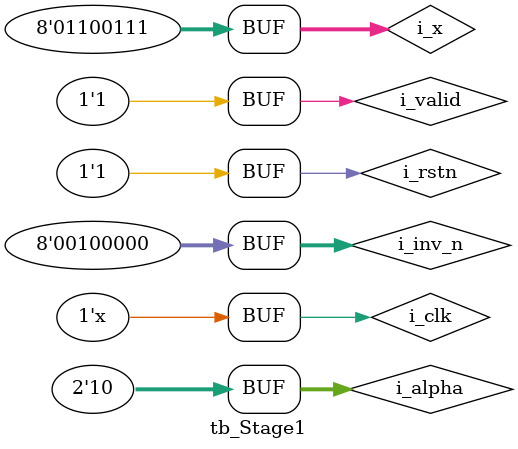
<source format=v>
module tb_Stage1 ();
	reg					i_clk;
	reg					i_rstn;
	reg					i_valid;
	reg			[7:0]	i_x;
	reg			[1:0]	i_alpha;
	reg			[7:0]	i_inv_n;

	wire				o_S1_done;
	wire		[21:0]	o_Ex;
	wire		[31:0]	o_Ex2;
	wire signed	[ 8:0]	o_x_norm;


	always #5 i_clk = ~i_clk;


	Stage1 u_Stage1(
		.i_clk(i_clk),
		.i_rstn(i_rstn),
		.i_valid(i_valid),
		.i_x(i_x),
		.i_alpha(i_alpha),
		.i_inv_n(i_inv_n),
		.o_S1_done(o_S1_done),
		.o_Ex(o_Ex),
		.o_Ex2(o_Ex2),
		.o_x_norm(o_x_norm)
	);


	initial 
	begin
		i_clk = 1'd0;	i_rstn = 1'd0;	i_valid =  1'd0;
		#1 i_rstn = 1'd1;	#1 i_rstn = 1'd0;	#2 i_rstn = 1'd1;

		#5 i_valid = 1'd1;	i_alpha = 2'd2;		i_inv_n = 8'd32;

		#10 i_x = 8'd172;
		#10 i_x = 8'd47;
		#10 i_x = 8'd117; 
		#10 i_x = 8'd192; 
		#10 i_x = 8'd67; 
		#10 i_x = 8'd251; 
		#10 i_x = 8'd195; 
		#10 i_x = 8'd103; 
	end
endmodule

</source>
